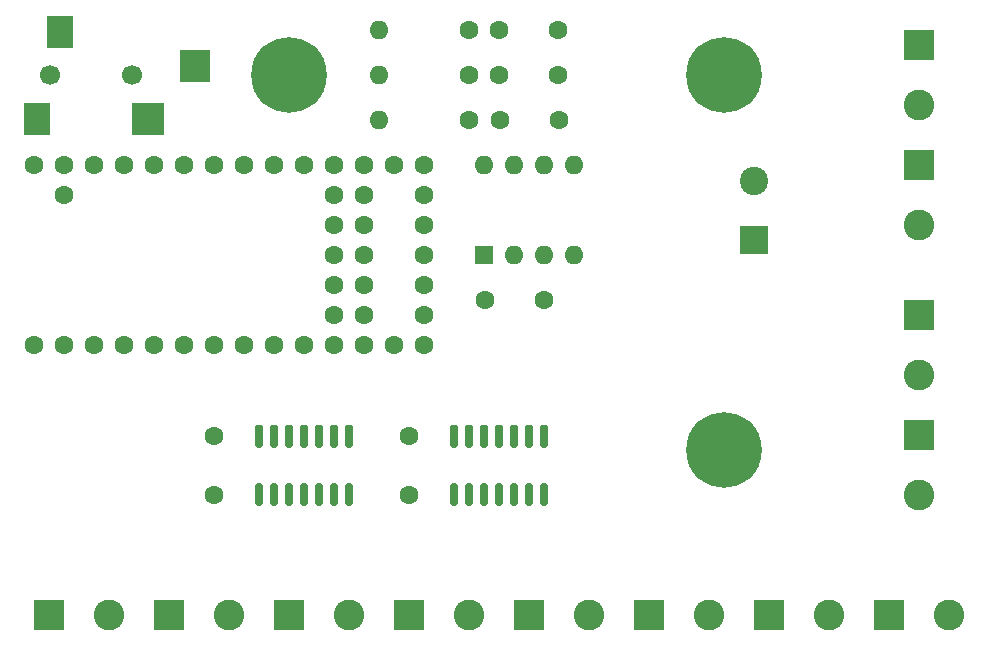
<source format=gbr>
%TF.GenerationSoftware,KiCad,Pcbnew,(5.1.10)-1*%
%TF.CreationDate,2022-06-29T20:33:17-04:00*%
%TF.ProjectId,RPI4_LEDs,52504934-5f4c-4454-9473-2e6b69636164,rev?*%
%TF.SameCoordinates,Original*%
%TF.FileFunction,Soldermask,Top*%
%TF.FilePolarity,Negative*%
%FSLAX46Y46*%
G04 Gerber Fmt 4.6, Leading zero omitted, Abs format (unit mm)*
G04 Created by KiCad (PCBNEW (5.1.10)-1) date 2022-06-29 20:33:17*
%MOMM*%
%LPD*%
G01*
G04 APERTURE LIST*
%ADD10C,1.600000*%
%ADD11C,2.400000*%
%ADD12R,2.400000X2.400000*%
%ADD13O,1.600000X1.600000*%
%ADD14C,2.600000*%
%ADD15R,2.600000X2.600000*%
%ADD16C,0.800000*%
%ADD17C,6.400000*%
%ADD18C,1.700000*%
%ADD19R,2.800000X2.800000*%
%ADD20R,2.600000X2.800000*%
%ADD21R,2.200000X2.800000*%
%ADD22R,1.600000X1.600000*%
G04 APERTURE END LIST*
D10*
%TO.C,C7*%
X133430000Y-80010000D03*
X138430000Y-80010000D03*
%TD*%
D11*
%TO.C,C3*%
X154940000Y-85170000D03*
D12*
X154940000Y-90170000D03*
%TD*%
D13*
%TO.C,R1*%
X123190000Y-72390000D03*
D10*
X130810000Y-72390000D03*
%TD*%
D14*
%TO.C,J13*%
X168910000Y-78740000D03*
D15*
X168910000Y-73660000D03*
%TD*%
D14*
%TO.C,J12*%
X168910000Y-88900000D03*
D15*
X168910000Y-83820000D03*
%TD*%
D16*
%TO.C,H4*%
X154097056Y-74502944D03*
X152400000Y-73800000D03*
X150702944Y-74502944D03*
X150000000Y-76200000D03*
X150702944Y-77897056D03*
X152400000Y-78600000D03*
X154097056Y-77897056D03*
X154800000Y-76200000D03*
D17*
X152400000Y-76200000D03*
%TD*%
D16*
%TO.C,H3*%
X154097056Y-106252944D03*
X152400000Y-105550000D03*
X150702944Y-106252944D03*
X150000000Y-107950000D03*
X150702944Y-109647056D03*
X152400000Y-110350000D03*
X154097056Y-109647056D03*
X154800000Y-107950000D03*
D17*
X152400000Y-107950000D03*
%TD*%
D16*
%TO.C,H2*%
X117267056Y-74502944D03*
X115570000Y-73800000D03*
X113872944Y-74502944D03*
X113170000Y-76200000D03*
X113872944Y-77897056D03*
X115570000Y-78600000D03*
X117267056Y-77897056D03*
X117970000Y-76200000D03*
D17*
X115570000Y-76200000D03*
%TD*%
D18*
%TO.C,J10*%
X102290000Y-76200000D03*
X95290000Y-76200000D03*
D19*
X103590000Y-79900000D03*
D20*
X107590000Y-75450000D03*
D21*
X94190000Y-79900000D03*
X96190000Y-72500000D03*
%TD*%
D13*
%TO.C,U4*%
X132080000Y-83820000D03*
X139700000Y-91440000D03*
X134620000Y-83820000D03*
X137160000Y-91440000D03*
X137160000Y-83820000D03*
X134620000Y-91440000D03*
X139700000Y-83820000D03*
D22*
X132080000Y-91440000D03*
%TD*%
%TO.C,U3*%
G36*
G01*
X129690000Y-107720000D02*
X129390000Y-107720000D01*
G75*
G02*
X129240000Y-107570000I0J150000D01*
G01*
X129240000Y-105920000D01*
G75*
G02*
X129390000Y-105770000I150000J0D01*
G01*
X129690000Y-105770000D01*
G75*
G02*
X129840000Y-105920000I0J-150000D01*
G01*
X129840000Y-107570000D01*
G75*
G02*
X129690000Y-107720000I-150000J0D01*
G01*
G37*
G36*
G01*
X130960000Y-107720000D02*
X130660000Y-107720000D01*
G75*
G02*
X130510000Y-107570000I0J150000D01*
G01*
X130510000Y-105920000D01*
G75*
G02*
X130660000Y-105770000I150000J0D01*
G01*
X130960000Y-105770000D01*
G75*
G02*
X131110000Y-105920000I0J-150000D01*
G01*
X131110000Y-107570000D01*
G75*
G02*
X130960000Y-107720000I-150000J0D01*
G01*
G37*
G36*
G01*
X132230000Y-107720000D02*
X131930000Y-107720000D01*
G75*
G02*
X131780000Y-107570000I0J150000D01*
G01*
X131780000Y-105920000D01*
G75*
G02*
X131930000Y-105770000I150000J0D01*
G01*
X132230000Y-105770000D01*
G75*
G02*
X132380000Y-105920000I0J-150000D01*
G01*
X132380000Y-107570000D01*
G75*
G02*
X132230000Y-107720000I-150000J0D01*
G01*
G37*
G36*
G01*
X133500000Y-107720000D02*
X133200000Y-107720000D01*
G75*
G02*
X133050000Y-107570000I0J150000D01*
G01*
X133050000Y-105920000D01*
G75*
G02*
X133200000Y-105770000I150000J0D01*
G01*
X133500000Y-105770000D01*
G75*
G02*
X133650000Y-105920000I0J-150000D01*
G01*
X133650000Y-107570000D01*
G75*
G02*
X133500000Y-107720000I-150000J0D01*
G01*
G37*
G36*
G01*
X134770000Y-107720000D02*
X134470000Y-107720000D01*
G75*
G02*
X134320000Y-107570000I0J150000D01*
G01*
X134320000Y-105920000D01*
G75*
G02*
X134470000Y-105770000I150000J0D01*
G01*
X134770000Y-105770000D01*
G75*
G02*
X134920000Y-105920000I0J-150000D01*
G01*
X134920000Y-107570000D01*
G75*
G02*
X134770000Y-107720000I-150000J0D01*
G01*
G37*
G36*
G01*
X136040000Y-107720000D02*
X135740000Y-107720000D01*
G75*
G02*
X135590000Y-107570000I0J150000D01*
G01*
X135590000Y-105920000D01*
G75*
G02*
X135740000Y-105770000I150000J0D01*
G01*
X136040000Y-105770000D01*
G75*
G02*
X136190000Y-105920000I0J-150000D01*
G01*
X136190000Y-107570000D01*
G75*
G02*
X136040000Y-107720000I-150000J0D01*
G01*
G37*
G36*
G01*
X137310000Y-107720000D02*
X137010000Y-107720000D01*
G75*
G02*
X136860000Y-107570000I0J150000D01*
G01*
X136860000Y-105920000D01*
G75*
G02*
X137010000Y-105770000I150000J0D01*
G01*
X137310000Y-105770000D01*
G75*
G02*
X137460000Y-105920000I0J-150000D01*
G01*
X137460000Y-107570000D01*
G75*
G02*
X137310000Y-107720000I-150000J0D01*
G01*
G37*
G36*
G01*
X137310000Y-112670000D02*
X137010000Y-112670000D01*
G75*
G02*
X136860000Y-112520000I0J150000D01*
G01*
X136860000Y-110870000D01*
G75*
G02*
X137010000Y-110720000I150000J0D01*
G01*
X137310000Y-110720000D01*
G75*
G02*
X137460000Y-110870000I0J-150000D01*
G01*
X137460000Y-112520000D01*
G75*
G02*
X137310000Y-112670000I-150000J0D01*
G01*
G37*
G36*
G01*
X136040000Y-112670000D02*
X135740000Y-112670000D01*
G75*
G02*
X135590000Y-112520000I0J150000D01*
G01*
X135590000Y-110870000D01*
G75*
G02*
X135740000Y-110720000I150000J0D01*
G01*
X136040000Y-110720000D01*
G75*
G02*
X136190000Y-110870000I0J-150000D01*
G01*
X136190000Y-112520000D01*
G75*
G02*
X136040000Y-112670000I-150000J0D01*
G01*
G37*
G36*
G01*
X134770000Y-112670000D02*
X134470000Y-112670000D01*
G75*
G02*
X134320000Y-112520000I0J150000D01*
G01*
X134320000Y-110870000D01*
G75*
G02*
X134470000Y-110720000I150000J0D01*
G01*
X134770000Y-110720000D01*
G75*
G02*
X134920000Y-110870000I0J-150000D01*
G01*
X134920000Y-112520000D01*
G75*
G02*
X134770000Y-112670000I-150000J0D01*
G01*
G37*
G36*
G01*
X133500000Y-112670000D02*
X133200000Y-112670000D01*
G75*
G02*
X133050000Y-112520000I0J150000D01*
G01*
X133050000Y-110870000D01*
G75*
G02*
X133200000Y-110720000I150000J0D01*
G01*
X133500000Y-110720000D01*
G75*
G02*
X133650000Y-110870000I0J-150000D01*
G01*
X133650000Y-112520000D01*
G75*
G02*
X133500000Y-112670000I-150000J0D01*
G01*
G37*
G36*
G01*
X132230000Y-112670000D02*
X131930000Y-112670000D01*
G75*
G02*
X131780000Y-112520000I0J150000D01*
G01*
X131780000Y-110870000D01*
G75*
G02*
X131930000Y-110720000I150000J0D01*
G01*
X132230000Y-110720000D01*
G75*
G02*
X132380000Y-110870000I0J-150000D01*
G01*
X132380000Y-112520000D01*
G75*
G02*
X132230000Y-112670000I-150000J0D01*
G01*
G37*
G36*
G01*
X130960000Y-112670000D02*
X130660000Y-112670000D01*
G75*
G02*
X130510000Y-112520000I0J150000D01*
G01*
X130510000Y-110870000D01*
G75*
G02*
X130660000Y-110720000I150000J0D01*
G01*
X130960000Y-110720000D01*
G75*
G02*
X131110000Y-110870000I0J-150000D01*
G01*
X131110000Y-112520000D01*
G75*
G02*
X130960000Y-112670000I-150000J0D01*
G01*
G37*
G36*
G01*
X129690000Y-112670000D02*
X129390000Y-112670000D01*
G75*
G02*
X129240000Y-112520000I0J150000D01*
G01*
X129240000Y-110870000D01*
G75*
G02*
X129390000Y-110720000I150000J0D01*
G01*
X129690000Y-110720000D01*
G75*
G02*
X129840000Y-110870000I0J-150000D01*
G01*
X129840000Y-112520000D01*
G75*
G02*
X129690000Y-112670000I-150000J0D01*
G01*
G37*
%TD*%
D10*
%TO.C,U2*%
X119380000Y-96520000D03*
X121920000Y-96520000D03*
X119380000Y-93980000D03*
X121920000Y-93980000D03*
X119380000Y-91440000D03*
X121920000Y-91440000D03*
X119380000Y-88900000D03*
X121920000Y-88900000D03*
X119380000Y-86360000D03*
X121920000Y-86360000D03*
X93980000Y-99060000D03*
X96520000Y-99060000D03*
X99060000Y-99060000D03*
X101600000Y-99060000D03*
X104140000Y-99060000D03*
X106680000Y-99060000D03*
X109220000Y-99060000D03*
X111760000Y-99060000D03*
X114300000Y-99060000D03*
X116840000Y-99060000D03*
X119380000Y-99060000D03*
X121920000Y-99060000D03*
X124460000Y-99060000D03*
X96520000Y-86360000D03*
X93980000Y-83820000D03*
X96520000Y-83820000D03*
X99060000Y-83820000D03*
X101600000Y-83820000D03*
X104140000Y-83820000D03*
X106680000Y-83820000D03*
X109220000Y-83820000D03*
X111760000Y-83820000D03*
X114300000Y-83820000D03*
X116840000Y-83820000D03*
X119380000Y-83820000D03*
X121920000Y-83820000D03*
X124460000Y-83820000D03*
X127000000Y-99060000D03*
X127000000Y-96520000D03*
X127000000Y-93980000D03*
X127000000Y-83820000D03*
X127000000Y-86360000D03*
X127000000Y-88900000D03*
X127000000Y-91440000D03*
%TD*%
%TO.C,U1*%
G36*
G01*
X113180000Y-107720000D02*
X112880000Y-107720000D01*
G75*
G02*
X112730000Y-107570000I0J150000D01*
G01*
X112730000Y-105920000D01*
G75*
G02*
X112880000Y-105770000I150000J0D01*
G01*
X113180000Y-105770000D01*
G75*
G02*
X113330000Y-105920000I0J-150000D01*
G01*
X113330000Y-107570000D01*
G75*
G02*
X113180000Y-107720000I-150000J0D01*
G01*
G37*
G36*
G01*
X114450000Y-107720000D02*
X114150000Y-107720000D01*
G75*
G02*
X114000000Y-107570000I0J150000D01*
G01*
X114000000Y-105920000D01*
G75*
G02*
X114150000Y-105770000I150000J0D01*
G01*
X114450000Y-105770000D01*
G75*
G02*
X114600000Y-105920000I0J-150000D01*
G01*
X114600000Y-107570000D01*
G75*
G02*
X114450000Y-107720000I-150000J0D01*
G01*
G37*
G36*
G01*
X115720000Y-107720000D02*
X115420000Y-107720000D01*
G75*
G02*
X115270000Y-107570000I0J150000D01*
G01*
X115270000Y-105920000D01*
G75*
G02*
X115420000Y-105770000I150000J0D01*
G01*
X115720000Y-105770000D01*
G75*
G02*
X115870000Y-105920000I0J-150000D01*
G01*
X115870000Y-107570000D01*
G75*
G02*
X115720000Y-107720000I-150000J0D01*
G01*
G37*
G36*
G01*
X116990000Y-107720000D02*
X116690000Y-107720000D01*
G75*
G02*
X116540000Y-107570000I0J150000D01*
G01*
X116540000Y-105920000D01*
G75*
G02*
X116690000Y-105770000I150000J0D01*
G01*
X116990000Y-105770000D01*
G75*
G02*
X117140000Y-105920000I0J-150000D01*
G01*
X117140000Y-107570000D01*
G75*
G02*
X116990000Y-107720000I-150000J0D01*
G01*
G37*
G36*
G01*
X118260000Y-107720000D02*
X117960000Y-107720000D01*
G75*
G02*
X117810000Y-107570000I0J150000D01*
G01*
X117810000Y-105920000D01*
G75*
G02*
X117960000Y-105770000I150000J0D01*
G01*
X118260000Y-105770000D01*
G75*
G02*
X118410000Y-105920000I0J-150000D01*
G01*
X118410000Y-107570000D01*
G75*
G02*
X118260000Y-107720000I-150000J0D01*
G01*
G37*
G36*
G01*
X119530000Y-107720000D02*
X119230000Y-107720000D01*
G75*
G02*
X119080000Y-107570000I0J150000D01*
G01*
X119080000Y-105920000D01*
G75*
G02*
X119230000Y-105770000I150000J0D01*
G01*
X119530000Y-105770000D01*
G75*
G02*
X119680000Y-105920000I0J-150000D01*
G01*
X119680000Y-107570000D01*
G75*
G02*
X119530000Y-107720000I-150000J0D01*
G01*
G37*
G36*
G01*
X120800000Y-107720000D02*
X120500000Y-107720000D01*
G75*
G02*
X120350000Y-107570000I0J150000D01*
G01*
X120350000Y-105920000D01*
G75*
G02*
X120500000Y-105770000I150000J0D01*
G01*
X120800000Y-105770000D01*
G75*
G02*
X120950000Y-105920000I0J-150000D01*
G01*
X120950000Y-107570000D01*
G75*
G02*
X120800000Y-107720000I-150000J0D01*
G01*
G37*
G36*
G01*
X120800000Y-112670000D02*
X120500000Y-112670000D01*
G75*
G02*
X120350000Y-112520000I0J150000D01*
G01*
X120350000Y-110870000D01*
G75*
G02*
X120500000Y-110720000I150000J0D01*
G01*
X120800000Y-110720000D01*
G75*
G02*
X120950000Y-110870000I0J-150000D01*
G01*
X120950000Y-112520000D01*
G75*
G02*
X120800000Y-112670000I-150000J0D01*
G01*
G37*
G36*
G01*
X119530000Y-112670000D02*
X119230000Y-112670000D01*
G75*
G02*
X119080000Y-112520000I0J150000D01*
G01*
X119080000Y-110870000D01*
G75*
G02*
X119230000Y-110720000I150000J0D01*
G01*
X119530000Y-110720000D01*
G75*
G02*
X119680000Y-110870000I0J-150000D01*
G01*
X119680000Y-112520000D01*
G75*
G02*
X119530000Y-112670000I-150000J0D01*
G01*
G37*
G36*
G01*
X118260000Y-112670000D02*
X117960000Y-112670000D01*
G75*
G02*
X117810000Y-112520000I0J150000D01*
G01*
X117810000Y-110870000D01*
G75*
G02*
X117960000Y-110720000I150000J0D01*
G01*
X118260000Y-110720000D01*
G75*
G02*
X118410000Y-110870000I0J-150000D01*
G01*
X118410000Y-112520000D01*
G75*
G02*
X118260000Y-112670000I-150000J0D01*
G01*
G37*
G36*
G01*
X116990000Y-112670000D02*
X116690000Y-112670000D01*
G75*
G02*
X116540000Y-112520000I0J150000D01*
G01*
X116540000Y-110870000D01*
G75*
G02*
X116690000Y-110720000I150000J0D01*
G01*
X116990000Y-110720000D01*
G75*
G02*
X117140000Y-110870000I0J-150000D01*
G01*
X117140000Y-112520000D01*
G75*
G02*
X116990000Y-112670000I-150000J0D01*
G01*
G37*
G36*
G01*
X115720000Y-112670000D02*
X115420000Y-112670000D01*
G75*
G02*
X115270000Y-112520000I0J150000D01*
G01*
X115270000Y-110870000D01*
G75*
G02*
X115420000Y-110720000I150000J0D01*
G01*
X115720000Y-110720000D01*
G75*
G02*
X115870000Y-110870000I0J-150000D01*
G01*
X115870000Y-112520000D01*
G75*
G02*
X115720000Y-112670000I-150000J0D01*
G01*
G37*
G36*
G01*
X114450000Y-112670000D02*
X114150000Y-112670000D01*
G75*
G02*
X114000000Y-112520000I0J150000D01*
G01*
X114000000Y-110870000D01*
G75*
G02*
X114150000Y-110720000I150000J0D01*
G01*
X114450000Y-110720000D01*
G75*
G02*
X114600000Y-110870000I0J-150000D01*
G01*
X114600000Y-112520000D01*
G75*
G02*
X114450000Y-112670000I-150000J0D01*
G01*
G37*
G36*
G01*
X113180000Y-112670000D02*
X112880000Y-112670000D01*
G75*
G02*
X112730000Y-112520000I0J150000D01*
G01*
X112730000Y-110870000D01*
G75*
G02*
X112880000Y-110720000I150000J0D01*
G01*
X113180000Y-110720000D01*
G75*
G02*
X113330000Y-110870000I0J-150000D01*
G01*
X113330000Y-112520000D01*
G75*
G02*
X113180000Y-112670000I-150000J0D01*
G01*
G37*
%TD*%
D13*
%TO.C,R3*%
X123190000Y-80010000D03*
D10*
X130810000Y-80010000D03*
%TD*%
D13*
%TO.C,R2*%
X123190000Y-76200000D03*
D10*
X130810000Y-76200000D03*
%TD*%
D14*
%TO.C,J11*%
X161290000Y-121920000D03*
D15*
X156210000Y-121920000D03*
%TD*%
D14*
%TO.C,J9*%
X171450000Y-121920000D03*
D15*
X166370000Y-121920000D03*
%TD*%
D14*
%TO.C,J8*%
X151130000Y-121920000D03*
D15*
X146050000Y-121920000D03*
%TD*%
D14*
%TO.C,J7*%
X140970000Y-121920000D03*
D15*
X135890000Y-121920000D03*
%TD*%
D14*
%TO.C,J6*%
X120650000Y-121920000D03*
D15*
X115570000Y-121920000D03*
%TD*%
D14*
%TO.C,J5*%
X130810000Y-121920000D03*
D15*
X125730000Y-121920000D03*
%TD*%
D14*
%TO.C,J4*%
X110490000Y-121920000D03*
D15*
X105410000Y-121920000D03*
%TD*%
D14*
%TO.C,J3*%
X100330000Y-121920000D03*
D15*
X95250000Y-121920000D03*
%TD*%
D14*
%TO.C,J2*%
X168910000Y-101600000D03*
D15*
X168910000Y-96520000D03*
%TD*%
D14*
%TO.C,J1*%
X168910000Y-111760000D03*
D15*
X168910000Y-106680000D03*
%TD*%
D10*
%TO.C,C6*%
X138350000Y-76200000D03*
X133350000Y-76200000D03*
%TD*%
%TO.C,C5*%
X138350000Y-72390000D03*
X133350000Y-72390000D03*
%TD*%
%TO.C,C4*%
X132160000Y-95250000D03*
X137160000Y-95250000D03*
%TD*%
%TO.C,C2*%
X125730000Y-106760000D03*
X125730000Y-111760000D03*
%TD*%
%TO.C,C1*%
X109220000Y-106760000D03*
X109220000Y-111760000D03*
%TD*%
M02*

</source>
